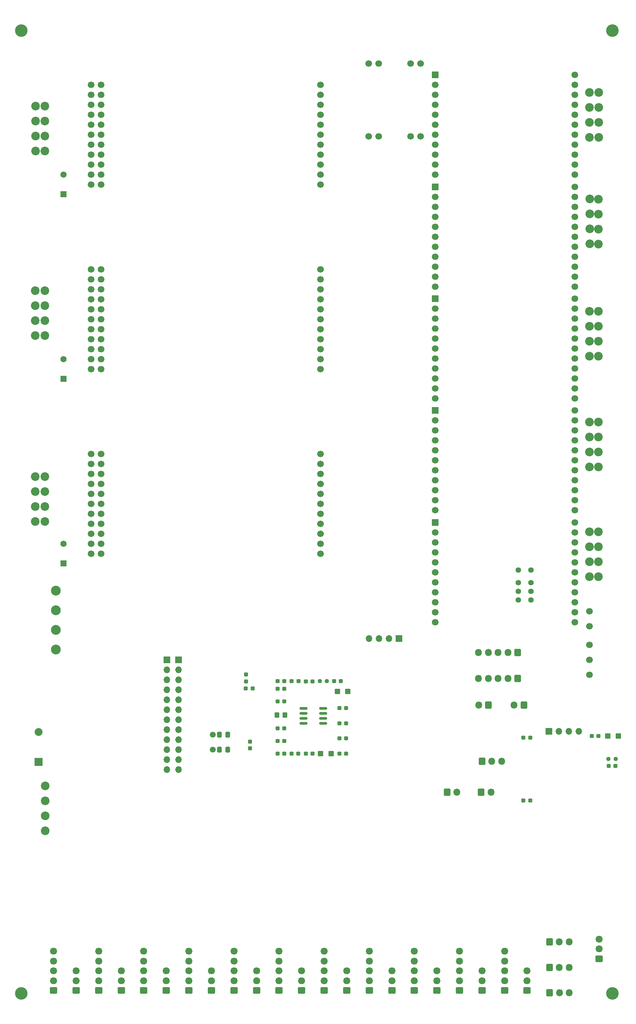
<source format=gbr>
%TF.GenerationSoftware,KiCad,Pcbnew,7.0.10*%
%TF.CreationDate,2024-02-14T22:06:42+09:00*%
%TF.ProjectId,crimping_machine,6372696d-7069-46e6-975f-6d616368696e,rev?*%
%TF.SameCoordinates,Original*%
%TF.FileFunction,Soldermask,Bot*%
%TF.FilePolarity,Negative*%
%FSLAX46Y46*%
G04 Gerber Fmt 4.6, Leading zero omitted, Abs format (unit mm)*
G04 Created by KiCad (PCBNEW 7.0.10) date 2024-02-14 22:06:42*
%MOMM*%
%LPD*%
G01*
G04 APERTURE LIST*
G04 Aperture macros list*
%AMRoundRect*
0 Rectangle with rounded corners*
0 $1 Rounding radius*
0 $2 $3 $4 $5 $6 $7 $8 $9 X,Y pos of 4 corners*
0 Add a 4 corners polygon primitive as box body*
4,1,4,$2,$3,$4,$5,$6,$7,$8,$9,$2,$3,0*
0 Add four circle primitives for the rounded corners*
1,1,$1+$1,$2,$3*
1,1,$1+$1,$4,$5*
1,1,$1+$1,$6,$7*
1,1,$1+$1,$8,$9*
0 Add four rect primitives between the rounded corners*
20,1,$1+$1,$2,$3,$4,$5,0*
20,1,$1+$1,$4,$5,$6,$7,0*
20,1,$1+$1,$6,$7,$8,$9,0*
20,1,$1+$1,$8,$9,$2,$3,0*%
G04 Aperture macros list end*
%ADD10C,2.500000*%
%ADD11RoundRect,0.250000X0.675000X-0.600000X0.675000X0.600000X-0.675000X0.600000X-0.675000X-0.600000X0*%
%ADD12O,1.850000X1.700000*%
%ADD13C,3.200000*%
%ADD14C,1.700000*%
%ADD15C,2.200000*%
%ADD16RoundRect,0.250000X-0.600000X-0.675000X0.600000X-0.675000X0.600000X0.675000X-0.600000X0.675000X0*%
%ADD17O,1.700000X1.850000*%
%ADD18R,1.700000X1.700000*%
%ADD19RoundRect,0.250000X0.600000X0.675000X-0.600000X0.675000X-0.600000X-0.675000X0.600000X-0.675000X0*%
%ADD20R,1.600000X1.600000*%
%ADD21C,1.600000*%
%ADD22O,1.700000X1.700000*%
%ADD23R,2.000000X2.000000*%
%ADD24C,2.000000*%
%ADD25C,1.500000*%
%ADD26RoundRect,0.237500X-0.250000X-0.237500X0.250000X-0.237500X0.250000X0.237500X-0.250000X0.237500X0*%
%ADD27RoundRect,0.250000X-0.350000X-0.450000X0.350000X-0.450000X0.350000X0.450000X-0.350000X0.450000X0*%
%ADD28RoundRect,0.237500X0.300000X0.237500X-0.300000X0.237500X-0.300000X-0.237500X0.300000X-0.237500X0*%
%ADD29RoundRect,0.237500X-0.300000X-0.237500X0.300000X-0.237500X0.300000X0.237500X-0.300000X0.237500X0*%
%ADD30RoundRect,0.250000X0.337500X0.475000X-0.337500X0.475000X-0.337500X-0.475000X0.337500X-0.475000X0*%
%ADD31RoundRect,0.250000X0.450000X0.425000X-0.450000X0.425000X-0.450000X-0.425000X0.450000X-0.425000X0*%
%ADD32RoundRect,0.150000X0.825000X0.150000X-0.825000X0.150000X-0.825000X-0.150000X0.825000X-0.150000X0*%
%ADD33RoundRect,0.250000X-0.450000X-0.425000X0.450000X-0.425000X0.450000X0.425000X-0.450000X0.425000X0*%
%ADD34C,1.400000*%
%ADD35RoundRect,0.237500X0.237500X-0.300000X0.237500X0.300000X-0.237500X0.300000X-0.237500X-0.300000X0*%
%ADD36RoundRect,0.237500X-0.237500X0.300000X-0.237500X-0.300000X0.237500X-0.300000X0.237500X0.300000X0*%
G04 APERTURE END LIST*
D10*
%TO.C,J30*%
X-503650000Y-59400000D03*
X-503650000Y-64400000D03*
X-503650000Y-69400000D03*
X-503650000Y-74400000D03*
%TD*%
D11*
%TO.C,J23*%
X-389409580Y-161210000D03*
D12*
X-389409580Y-158710000D03*
X-389409580Y-156210000D03*
X-389409580Y-153710000D03*
X-389409580Y-151210000D03*
%TD*%
D11*
%TO.C,J28*%
X-365364000Y-153122000D03*
D12*
X-365364000Y-150622000D03*
X-365364000Y-148122000D03*
%TD*%
D13*
%TO.C,H1*%
X-512445000Y83185000D03*
%TD*%
D14*
%TO.C,U29*%
X-436245000Y43942000D03*
X-436245000Y46482000D03*
X-436245000Y49022000D03*
X-436245000Y51562000D03*
X-436245000Y54102000D03*
X-436245000Y56642000D03*
X-436245000Y59182000D03*
X-436245000Y61722000D03*
X-436245000Y64262000D03*
X-436245000Y66802000D03*
X-436245000Y69342000D03*
X-492125000Y69342000D03*
X-492125000Y66802000D03*
X-492125000Y64262000D03*
X-492125000Y61722000D03*
X-492125000Y59182000D03*
X-492125000Y56642000D03*
X-492125000Y54102000D03*
X-492125000Y51562000D03*
X-492125000Y49022000D03*
X-492125000Y46482000D03*
X-492125000Y43942000D03*
X-494665000Y43942000D03*
X-494665000Y46482000D03*
X-494665000Y49022000D03*
X-494665000Y51562000D03*
X-494665000Y54102000D03*
X-494665000Y56642000D03*
X-494665000Y59182000D03*
X-494665000Y61722000D03*
X-494665000Y64262000D03*
X-494665000Y66802000D03*
X-494665000Y69342000D03*
%TD*%
D15*
%TO.C,J33*%
X-367770000Y240000D03*
X-367770000Y4050000D03*
X-367770000Y7860000D03*
X-367770000Y11670000D03*
%TD*%
%TO.C,J35*%
X-367820000Y56007000D03*
X-367820000Y59817000D03*
X-367820000Y63627000D03*
X-367820000Y67437000D03*
%TD*%
D11*
%TO.C,J15*%
X-435350060Y-161210000D03*
D12*
X-435350060Y-158710000D03*
X-435350060Y-156210000D03*
X-435350060Y-153710000D03*
X-435350060Y-151210000D03*
%TD*%
D15*
%TO.C,J29*%
X-506410000Y-109120000D03*
X-506410000Y-112930000D03*
X-506410000Y-116740000D03*
X-506410000Y-120550000D03*
%TD*%
D16*
%TO.C,J1*%
X-404050000Y-110738300D03*
D17*
X-401550000Y-110738300D03*
%TD*%
D11*
%TO.C,J3*%
X-504260780Y-161210000D03*
D12*
X-504260780Y-158710000D03*
X-504260780Y-156210000D03*
X-504260780Y-153710000D03*
X-504260780Y-151210000D03*
%TD*%
D14*
%TO.C,U27*%
X-436245000Y-50038000D03*
X-436245000Y-47498000D03*
X-436245000Y-44958000D03*
X-436245000Y-42418000D03*
X-436245000Y-39878000D03*
X-436245000Y-37338000D03*
X-436245000Y-34798000D03*
X-436245000Y-32258000D03*
X-436245000Y-29718000D03*
X-436245000Y-27178000D03*
X-436245000Y-24638000D03*
X-492125000Y-24638000D03*
X-492125000Y-27178000D03*
X-492125000Y-29718000D03*
X-492125000Y-32258000D03*
X-492125000Y-34798000D03*
X-492125000Y-37338000D03*
X-492125000Y-39878000D03*
X-492125000Y-42418000D03*
X-492125000Y-44958000D03*
X-492125000Y-47498000D03*
X-492125000Y-50038000D03*
X-494665000Y-50038000D03*
X-494665000Y-47498000D03*
X-494665000Y-44958000D03*
X-494665000Y-42418000D03*
X-494665000Y-39878000D03*
X-494665000Y-37338000D03*
X-494665000Y-34798000D03*
X-494665000Y-32258000D03*
X-494665000Y-29718000D03*
X-494665000Y-27178000D03*
X-494665000Y-24638000D03*
%TD*%
D18*
%TO.C,U24*%
X-407035000Y14922500D03*
D14*
X-407035000Y12382500D03*
X-407035000Y9842500D03*
X-407035000Y7302500D03*
X-407035000Y4762500D03*
X-407035000Y2222500D03*
X-407035000Y-317500D03*
X-407035000Y-2857500D03*
X-407035000Y-5397500D03*
X-407035000Y-7937500D03*
X-407035000Y-10477500D03*
X-371475000Y-10477500D03*
X-371475000Y-7937500D03*
X-371475000Y-5397500D03*
X-371475000Y-2857500D03*
X-371475000Y-317500D03*
X-371475000Y2222500D03*
X-371475000Y4762500D03*
X-371475000Y7302500D03*
X-371475000Y9842500D03*
X-371475000Y12382500D03*
X-371475000Y14922500D03*
%TD*%
D11*
%TO.C,J21*%
X-400894700Y-161210000D03*
D12*
X-400894700Y-158710000D03*
X-400894700Y-156210000D03*
X-400894700Y-153710000D03*
X-400894700Y-151210000D03*
%TD*%
D16*
%TO.C,J26*%
X-377952000Y-148859000D03*
D17*
X-375452000Y-148859000D03*
X-372952000Y-148859000D03*
%TD*%
D19*
%TO.C,J54*%
X-384500000Y-88500000D03*
D17*
X-387000000Y-88500000D03*
%TD*%
D11*
%TO.C,J24*%
X-383667020Y-161210000D03*
D12*
X-383667020Y-158710000D03*
X-383667020Y-156210000D03*
%TD*%
D19*
%TO.C,J49*%
X-393500000Y-88500000D03*
D17*
X-396000000Y-88500000D03*
%TD*%
D15*
%TO.C,J41*%
X-506476000Y-30353000D03*
X-506476000Y-34163000D03*
X-506476000Y-37973000D03*
X-506476000Y-41783000D03*
%TD*%
D11*
%TO.C,J10*%
X-464062860Y-161210000D03*
D12*
X-464062860Y-158710000D03*
X-464062860Y-156210000D03*
%TD*%
D11*
%TO.C,J22*%
X-395152140Y-161210000D03*
D12*
X-395152140Y-158710000D03*
X-395152140Y-156210000D03*
%TD*%
D20*
%TO.C,C48*%
X-501700000Y-52500000D03*
D21*
X-501700000Y-47500000D03*
%TD*%
D11*
%TO.C,J13*%
X-446835180Y-161210000D03*
D12*
X-446835180Y-158710000D03*
X-446835180Y-156210000D03*
X-446835180Y-153710000D03*
X-446835180Y-151210000D03*
%TD*%
D18*
%TO.C,U25*%
X-407035000Y43402250D03*
D14*
X-407035000Y40862250D03*
X-407035000Y38322250D03*
X-407035000Y35782250D03*
X-407035000Y33242250D03*
X-407035000Y30702250D03*
X-407035000Y28162250D03*
X-407035000Y25622250D03*
X-407035000Y23082250D03*
X-407035000Y20542250D03*
X-407035000Y18002250D03*
X-371475000Y18002250D03*
X-371475000Y20542250D03*
X-371475000Y23082250D03*
X-371475000Y25622250D03*
X-371475000Y28162250D03*
X-371475000Y30702250D03*
X-371475000Y33242250D03*
X-371475000Y35782250D03*
X-371475000Y38322250D03*
X-371475000Y40862250D03*
X-371475000Y43402250D03*
%TD*%
%TO.C,U39*%
X-410808000Y74764000D03*
X-413348000Y74764000D03*
X-421476000Y74764000D03*
X-424016000Y74764000D03*
X-424016000Y56222000D03*
X-421476000Y56222000D03*
X-413348000Y56222000D03*
X-410808000Y56222000D03*
%TD*%
D11*
%TO.C,J12*%
X-452577740Y-161210000D03*
D12*
X-452577740Y-158710000D03*
X-452577740Y-156210000D03*
%TD*%
D19*
%TO.C,J52*%
X-386050000Y-75200000D03*
D17*
X-388550000Y-75200000D03*
X-391050000Y-75200000D03*
X-393550000Y-75200000D03*
X-396050000Y-75200000D03*
%TD*%
D16*
%TO.C,J25*%
X-377952000Y-155336000D03*
D17*
X-375452000Y-155336000D03*
X-372952000Y-155336000D03*
%TD*%
D18*
%TO.C,J48*%
X-416306000Y-71602600D03*
D22*
X-418846000Y-71602600D03*
X-421386000Y-71602600D03*
X-423926000Y-71602600D03*
%TD*%
D14*
%TO.C,U28*%
X-436245000Y-3048000D03*
X-436245000Y-508000D03*
X-436245000Y2032000D03*
X-436245000Y4572000D03*
X-436245000Y7112000D03*
X-436245000Y9652000D03*
X-436245000Y12192000D03*
X-436245000Y14732000D03*
X-436245000Y17272000D03*
X-436245000Y19812000D03*
X-436245000Y22352000D03*
X-492125000Y22352000D03*
X-492125000Y19812000D03*
X-492125000Y17272000D03*
X-492125000Y14732000D03*
X-492125000Y12192000D03*
X-492125000Y9652000D03*
X-492125000Y7112000D03*
X-492125000Y4572000D03*
X-492125000Y2032000D03*
X-492125000Y-508000D03*
X-492125000Y-3048000D03*
X-494665000Y-3048000D03*
X-494665000Y-508000D03*
X-494665000Y2032000D03*
X-494665000Y4572000D03*
X-494665000Y7112000D03*
X-494665000Y9652000D03*
X-494665000Y12192000D03*
X-494665000Y14732000D03*
X-494665000Y17272000D03*
X-494665000Y19812000D03*
X-494665000Y22352000D03*
%TD*%
D18*
%TO.C,J56*%
X-378080000Y-95220000D03*
D22*
X-375540000Y-95220000D03*
X-373000000Y-95220000D03*
X-370460000Y-95220000D03*
%TD*%
D15*
%TO.C,J46*%
X-506437000Y63910000D03*
X-506437000Y60100000D03*
X-506437000Y56290000D03*
X-506437000Y52480000D03*
%TD*%
D18*
%TO.C,J55*%
X-475400000Y-77060000D03*
D22*
X-475400000Y-79600000D03*
X-475400000Y-82140000D03*
X-475400000Y-84680000D03*
X-475400000Y-87220000D03*
X-475400000Y-89760000D03*
X-475400000Y-92300000D03*
X-475400000Y-94840000D03*
X-475400000Y-97380000D03*
X-475400000Y-99920000D03*
X-475400000Y-102460000D03*
X-475400000Y-105000000D03*
%TD*%
D11*
%TO.C,J20*%
X-406637260Y-161210000D03*
D12*
X-406637260Y-158710000D03*
X-406637260Y-156210000D03*
%TD*%
D16*
%TO.C,J27*%
X-377912000Y-161813000D03*
D17*
X-375412000Y-161813000D03*
X-372912000Y-161813000D03*
%TD*%
D18*
%TO.C,U22*%
X-407035000Y-42037000D03*
D14*
X-407035000Y-44577000D03*
X-407035000Y-47117000D03*
X-407035000Y-49657000D03*
X-407035000Y-52197000D03*
X-407035000Y-54737000D03*
X-407035000Y-57277000D03*
X-407035000Y-59817000D03*
X-407035000Y-62357000D03*
X-407035000Y-64897000D03*
X-407035000Y-67437000D03*
X-371475000Y-67437000D03*
X-371475000Y-64897000D03*
X-371475000Y-62357000D03*
X-371475000Y-59817000D03*
X-371475000Y-57277000D03*
X-371475000Y-54737000D03*
X-371475000Y-52197000D03*
X-371475000Y-49657000D03*
X-371475000Y-47117000D03*
X-371475000Y-44577000D03*
X-371475000Y-42037000D03*
%TD*%
D19*
%TO.C,J53*%
X-386050000Y-81804000D03*
D17*
X-388550000Y-81804000D03*
X-391050000Y-81804000D03*
X-393550000Y-81804000D03*
X-396050000Y-81804000D03*
%TD*%
D11*
%TO.C,J6*%
X-487033100Y-161210000D03*
D12*
X-487033100Y-158710000D03*
X-487033100Y-156210000D03*
%TD*%
D16*
%TO.C,J47*%
X-395150000Y-102850000D03*
D17*
X-392650000Y-102850000D03*
X-390150000Y-102850000D03*
%TD*%
D11*
%TO.C,J19*%
X-412379820Y-161210000D03*
D12*
X-412379820Y-158710000D03*
X-412379820Y-156210000D03*
X-412379820Y-153710000D03*
X-412379820Y-151210000D03*
%TD*%
D13*
%TO.C,H5*%
X-361950000Y-161925000D03*
%TD*%
D11*
%TO.C,J17*%
X-423864940Y-161210000D03*
D12*
X-423864940Y-158710000D03*
X-423864940Y-156210000D03*
X-423864940Y-153710000D03*
X-423864940Y-151210000D03*
%TD*%
D15*
%TO.C,J44*%
X-506487000Y16920000D03*
X-506487000Y13110000D03*
X-506487000Y9300000D03*
X-506487000Y5490000D03*
%TD*%
D20*
%TO.C,C49*%
X-501700000Y-5500000D03*
D21*
X-501700000Y-500000D03*
%TD*%
D15*
%TO.C,J31*%
X-367800000Y-55850000D03*
X-367800000Y-52040000D03*
X-367800000Y-48230000D03*
X-367800000Y-44420000D03*
%TD*%
D23*
%TO.C,BZ1*%
X-508120000Y-103020000D03*
D24*
X-508120000Y-95420000D03*
%TD*%
D18*
%TO.C,U23*%
X-407035000Y-13557250D03*
D14*
X-407035000Y-16097250D03*
X-407035000Y-18637250D03*
X-407035000Y-21177250D03*
X-407035000Y-23717250D03*
X-407035000Y-26257250D03*
X-407035000Y-28797250D03*
X-407035000Y-31337250D03*
X-407035000Y-33877250D03*
X-407035000Y-36417250D03*
X-407035000Y-38957250D03*
X-371475000Y-38957250D03*
X-371475000Y-36417250D03*
X-371475000Y-33877250D03*
X-371475000Y-31337250D03*
X-371475000Y-28797250D03*
X-371475000Y-26257250D03*
X-371475000Y-23717250D03*
X-371475000Y-21177250D03*
X-371475000Y-18637250D03*
X-371475000Y-16097250D03*
X-371475000Y-13557250D03*
%TD*%
D11*
%TO.C,J5*%
X-492775660Y-161210000D03*
D12*
X-492775660Y-158710000D03*
X-492775660Y-156210000D03*
X-492775660Y-153710000D03*
X-492775660Y-151210000D03*
%TD*%
D11*
%TO.C,J11*%
X-458320300Y-161210000D03*
D12*
X-458320300Y-158710000D03*
X-458320300Y-156210000D03*
X-458320300Y-153710000D03*
X-458320300Y-151210000D03*
%TD*%
D14*
%TO.C,J51*%
X-367820000Y-80800000D03*
X-367820000Y-76990000D03*
X-367820000Y-73180000D03*
%TD*%
D11*
%TO.C,J18*%
X-418122380Y-161210000D03*
D12*
X-418122380Y-158710000D03*
X-418122380Y-156210000D03*
%TD*%
D15*
%TO.C,J32*%
X-367795000Y-27940000D03*
X-367795000Y-24130000D03*
X-367795000Y-20320000D03*
X-367795000Y-16510000D03*
%TD*%
D11*
%TO.C,J14*%
X-441092620Y-161210000D03*
D12*
X-441092620Y-158710000D03*
X-441092620Y-156210000D03*
%TD*%
D11*
%TO.C,J7*%
X-481290540Y-161210000D03*
D12*
X-481290540Y-158710000D03*
X-481290540Y-156210000D03*
X-481290540Y-153710000D03*
X-481290540Y-151210000D03*
%TD*%
D11*
%TO.C,J8*%
X-475547980Y-161210000D03*
D12*
X-475547980Y-158710000D03*
X-475547980Y-156210000D03*
%TD*%
D15*
%TO.C,J34*%
X-367745000Y28865000D03*
X-367745000Y32675000D03*
X-367745000Y36485000D03*
X-367745000Y40295000D03*
%TD*%
D16*
%TO.C,J50*%
X-395361200Y-110718600D03*
D17*
X-392861200Y-110718600D03*
%TD*%
D25*
%TO.C,Y1*%
X-463700000Y-99900000D03*
X-463700000Y-96100000D03*
%TD*%
D11*
%TO.C,J16*%
X-429607500Y-161210000D03*
D12*
X-429607500Y-158710000D03*
X-429607500Y-156210000D03*
%TD*%
D18*
%TO.C,U26*%
X-407035000Y71882000D03*
D14*
X-407035000Y69342000D03*
X-407035000Y66802000D03*
X-407035000Y64262000D03*
X-407035000Y61722000D03*
X-407035000Y59182000D03*
X-407035000Y56642000D03*
X-407035000Y54102000D03*
X-407035000Y51562000D03*
X-407035000Y49022000D03*
X-407035000Y46482000D03*
X-371475000Y46482000D03*
X-371475000Y49022000D03*
X-371475000Y51562000D03*
X-371475000Y54102000D03*
X-371475000Y56642000D03*
X-371475000Y59182000D03*
X-371475000Y61722000D03*
X-371475000Y64262000D03*
X-371475000Y66802000D03*
X-371475000Y69342000D03*
X-371475000Y71882000D03*
%TD*%
D20*
%TO.C,C50*%
X-501700000Y41500000D03*
D21*
X-501700000Y46500000D03*
%TD*%
D11*
%TO.C,J4*%
X-498518220Y-161210000D03*
D12*
X-498518220Y-158710000D03*
X-498518220Y-156210000D03*
%TD*%
D13*
%TO.C,H4*%
X-512445000Y-161925000D03*
%TD*%
D11*
%TO.C,J9*%
X-469805420Y-161210000D03*
D12*
X-469805420Y-158710000D03*
X-469805420Y-156210000D03*
X-469805420Y-153710000D03*
X-469805420Y-151210000D03*
%TD*%
D14*
%TO.C,J2*%
X-367800000Y-68440000D03*
X-367800000Y-64630000D03*
%TD*%
D18*
%TO.C,J57*%
X-472400000Y-77060000D03*
D22*
X-472400000Y-79600000D03*
X-472400000Y-82140000D03*
X-472400000Y-84680000D03*
X-472400000Y-87220000D03*
X-472400000Y-89760000D03*
X-472400000Y-92300000D03*
X-472400000Y-94840000D03*
X-472400000Y-97380000D03*
X-472400000Y-99920000D03*
X-472400000Y-102460000D03*
X-472400000Y-105000000D03*
%TD*%
D13*
%TO.C,H2*%
X-361950000Y83185000D03*
%TD*%
D15*
%TO.C,J38*%
X-365506000Y11684000D03*
X-365506000Y7874000D03*
X-365506000Y4064000D03*
X-365506000Y254000D03*
%TD*%
D26*
%TO.C,R27*%
X-362925000Y-102250000D03*
X-361100000Y-102250000D03*
%TD*%
D27*
%TO.C,R3*%
X-447379600Y-91044440D03*
X-445379600Y-91044440D03*
%TD*%
D15*
%TO.C,J45*%
X-508850000Y52480000D03*
X-508850000Y56290000D03*
X-508850000Y60100000D03*
X-508850000Y63910000D03*
%TD*%
D28*
%TO.C,C21*%
X-445517100Y-97684680D03*
X-447242100Y-97684680D03*
%TD*%
D29*
%TO.C,C20*%
X-455318200Y-84277200D03*
X-453593200Y-84277200D03*
%TD*%
D28*
%TO.C,C18*%
X-438303500Y-82499200D03*
X-440028500Y-82499200D03*
%TD*%
D15*
%TO.C,J37*%
X-365506000Y40259000D03*
X-365506000Y36449000D03*
X-365506000Y32639000D03*
X-365506000Y28829000D03*
%TD*%
D28*
%TO.C,C9*%
X-441916350Y-100894801D03*
X-443641350Y-100894801D03*
%TD*%
D30*
%TO.C,C12*%
X-459925000Y-96100000D03*
X-462000000Y-96100000D03*
%TD*%
D31*
%TO.C,C25*%
X-433577350Y-100894801D03*
X-436277350Y-100894801D03*
%TD*%
D28*
%TO.C,C4*%
X-429769100Y-97023600D03*
X-431494100Y-97023600D03*
%TD*%
D29*
%TO.C,C63*%
X-362875000Y-104000000D03*
X-361150000Y-104000000D03*
%TD*%
D28*
%TO.C,C65*%
X-365490000Y-96370000D03*
X-367215000Y-96370000D03*
%TD*%
%TO.C,C2*%
X-441910300Y-82448400D03*
X-443635300Y-82448400D03*
%TD*%
D15*
%TO.C,J40*%
X-365500000Y-44437000D03*
X-365500000Y-48247000D03*
X-365500000Y-52057000D03*
X-365500000Y-55867000D03*
%TD*%
D28*
%TO.C,C1*%
X-445517100Y-84404200D03*
X-447242100Y-84404200D03*
%TD*%
D32*
%TO.C,U3*%
X-435613000Y-89408000D03*
X-435613000Y-90678000D03*
X-435613000Y-91948000D03*
X-435613000Y-93218000D03*
X-440563000Y-93218000D03*
X-440563000Y-91948000D03*
X-440563000Y-90678000D03*
X-440563000Y-89408000D03*
%TD*%
D28*
%TO.C,C10*%
X-445517100Y-100894801D03*
X-447242100Y-100894801D03*
%TD*%
D33*
%TO.C,C64*%
X-363150000Y-96370000D03*
X-360450000Y-96370000D03*
%TD*%
D30*
%TO.C,C13*%
X-459925000Y-99900000D03*
X-462000000Y-99900000D03*
%TD*%
D15*
%TO.C,J36*%
X-365442000Y67437000D03*
X-365442000Y63627000D03*
X-365442000Y59817000D03*
X-365442000Y56007000D03*
%TD*%
%TO.C,J39*%
X-365506000Y-16510000D03*
X-365506000Y-20320000D03*
X-365506000Y-24130000D03*
X-365506000Y-27940000D03*
%TD*%
D34*
%TO.C,U36*%
X-382700000Y-54150000D03*
X-382700000Y-57350000D03*
X-382700000Y-59550000D03*
X-382700000Y-61750000D03*
X-385900000Y-61750000D03*
X-385900000Y-59550000D03*
X-385900000Y-57350000D03*
X-385900000Y-54150000D03*
%TD*%
D28*
%TO.C,C7*%
X-429769100Y-93152400D03*
X-431494100Y-93152400D03*
%TD*%
D15*
%TO.C,J42*%
X-508889000Y-41783000D03*
X-508889000Y-37973000D03*
X-508889000Y-34163000D03*
X-508889000Y-30353000D03*
%TD*%
D35*
%TO.C,C19*%
X-455217700Y-82498100D03*
X-455217700Y-80773100D03*
%TD*%
D28*
%TO.C,C6*%
X-445517100Y-82448400D03*
X-447242100Y-82448400D03*
%TD*%
D29*
%TO.C,C3*%
X-447242100Y-94474560D03*
X-445517100Y-94474560D03*
%TD*%
D28*
%TO.C,C14*%
X-431089900Y-82448400D03*
X-432814900Y-82448400D03*
%TD*%
%TO.C,C8*%
X-445517100Y-87614320D03*
X-447242100Y-87614320D03*
%TD*%
D36*
%TO.C,C22*%
X-454253600Y-97843000D03*
X-454253600Y-99568000D03*
%TD*%
D28*
%TO.C,C11*%
X-438315600Y-100894801D03*
X-440040600Y-100894801D03*
%TD*%
%TO.C,C5*%
X-429769100Y-89281200D03*
X-431494100Y-89281200D03*
%TD*%
%TO.C,C67*%
X-382900000Y-112800000D03*
X-384625000Y-112800000D03*
%TD*%
%TO.C,C66*%
X-382900000Y-96850000D03*
X-384625000Y-96850000D03*
%TD*%
D31*
%TO.C,C26*%
X-429304100Y-85090000D03*
X-432004100Y-85090000D03*
%TD*%
D26*
%TO.C,R4*%
X-436471700Y-82448400D03*
X-434646700Y-82448400D03*
%TD*%
D15*
%TO.C,J43*%
X-508900000Y5490000D03*
X-508900000Y9300000D03*
X-508900000Y13110000D03*
X-508900000Y16920000D03*
%TD*%
D28*
%TO.C,C17*%
X-429769100Y-100894801D03*
X-431494100Y-100894801D03*
%TD*%
M02*

</source>
